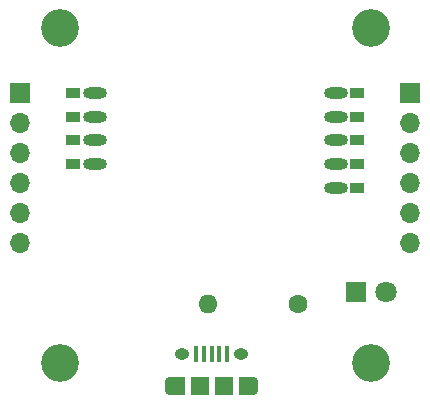
<source format=gbr>
%TF.GenerationSoftware,KiCad,Pcbnew,(6.0.2-0)*%
%TF.CreationDate,2022-05-31T21:56:42-04:00*%
%TF.ProjectId,hitclips_2040_programmer,68697463-6c69-4707-935f-323034305f70,rev?*%
%TF.SameCoordinates,Original*%
%TF.FileFunction,Soldermask,Top*%
%TF.FilePolarity,Negative*%
%FSLAX46Y46*%
G04 Gerber Fmt 4.6, Leading zero omitted, Abs format (unit mm)*
G04 Created by KiCad (PCBNEW (6.0.2-0)) date 2022-05-31 21:56:42*
%MOMM*%
%LPD*%
G01*
G04 APERTURE LIST*
%ADD10C,3.200000*%
%ADD11O,2.000000X0.950000*%
%ADD12R,1.300000X0.900000*%
%ADD13R,1.700000X1.700000*%
%ADD14O,1.700000X1.700000*%
%ADD15C,1.600000*%
%ADD16O,1.600000X1.600000*%
%ADD17C,1.800000*%
%ADD18R,1.800000X1.800000*%
%ADD19R,1.500000X1.550000*%
%ADD20O,1.250000X0.950000*%
%ADD21O,0.890000X1.550000*%
%ADD22R,1.200000X1.550000*%
%ADD23R,0.400000X1.350000*%
G04 APERTURE END LIST*
D10*
%TO.C,H4*%
X143332200Y-64516000D03*
%TD*%
%TO.C,H3*%
X169697400Y-92862400D03*
%TD*%
%TO.C,H2*%
X169697400Y-64516000D03*
%TD*%
%TO.C,H1*%
X143332200Y-92862400D03*
%TD*%
D11*
%TO.C,J3*%
X166699600Y-70002400D03*
X166699600Y-74002400D03*
X166699600Y-72002400D03*
X166699600Y-76002400D03*
X166699600Y-78002400D03*
D12*
X168549600Y-70002400D03*
X168549600Y-72002400D03*
X168549600Y-74002400D03*
X168549600Y-76002400D03*
X168549600Y-78002400D03*
%TD*%
D11*
%TO.C,J1*%
X146292000Y-74002400D03*
X146292000Y-76002400D03*
X146292000Y-72002400D03*
X146292000Y-70002400D03*
D12*
X144442000Y-70002400D03*
X144442000Y-72002400D03*
X144442000Y-74002400D03*
X144442000Y-76002400D03*
%TD*%
D13*
%TO.C,J5*%
X173020000Y-70000000D03*
D14*
X173020000Y-72540000D03*
X173020000Y-75080000D03*
X173020000Y-77620000D03*
X173020000Y-80160000D03*
X173020000Y-82700000D03*
%TD*%
D15*
%TO.C,R1*%
X163525200Y-87884000D03*
D16*
X155905200Y-87884000D03*
%TD*%
D13*
%TO.C,J4*%
X140000000Y-70000000D03*
D14*
X140000000Y-72540000D03*
X140000000Y-75080000D03*
X140000000Y-77620000D03*
X140000000Y-80160000D03*
X140000000Y-82700000D03*
%TD*%
D17*
%TO.C,D1*%
X170987800Y-86817200D03*
D18*
X168447800Y-86817200D03*
%TD*%
D19*
%TO.C,J2*%
X155210000Y-94822800D03*
D20*
X158710000Y-92122800D03*
D21*
X159710000Y-94822800D03*
D22*
X159110000Y-94822800D03*
D20*
X153710000Y-92122800D03*
D21*
X152710000Y-94822800D03*
D19*
X157210000Y-94822800D03*
D22*
X153310000Y-94822800D03*
D23*
X157510000Y-92122800D03*
X156860000Y-92122800D03*
X156210000Y-92122800D03*
X155560000Y-92122800D03*
X154910000Y-92122800D03*
%TD*%
M02*

</source>
